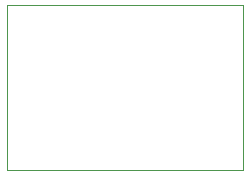
<source format=gbr>
%TF.GenerationSoftware,KiCad,Pcbnew,6.0.2+dfsg-1*%
%TF.CreationDate,2024-08-03T19:21:51-04:00*%
%TF.ProjectId,elpixel,656c7069-7865-46c2-9e6b-696361645f70,rev?*%
%TF.SameCoordinates,Original*%
%TF.FileFunction,Profile,NP*%
%FSLAX46Y46*%
G04 Gerber Fmt 4.6, Leading zero omitted, Abs format (unit mm)*
G04 Created by KiCad (PCBNEW 6.0.2+dfsg-1) date 2024-08-03 19:21:51*
%MOMM*%
%LPD*%
G01*
G04 APERTURE LIST*
%TA.AperFunction,Profile*%
%ADD10C,0.100000*%
%TD*%
G04 APERTURE END LIST*
D10*
X107000000Y-129000000D02*
X127000000Y-129000000D01*
X127000000Y-129000000D02*
X127000000Y-143000000D01*
X127000000Y-143000000D02*
X107000000Y-143000000D01*
X107000000Y-143000000D02*
X107000000Y-129000000D01*
M02*

</source>
